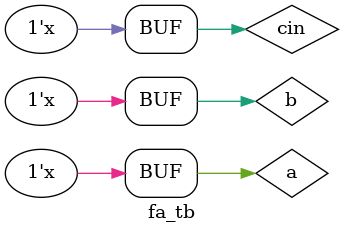
<source format=v>
module fulladder(a,b,cin,s,cout
    );
	 input a,b,cin;
	 output s,cout;
	 function sum;
	  input x,y,z;
      begin
	     sum=x^y^z;
	   end
	 endfunction
	 function carry;
	  input x,y,z;
      begin
	     carry=x&y|y&z|z&x;
	   end
	 endfunction
	 assign s=sum(a,b,cin);
	 assign cout=carry(a,b,cin);
endmodule


module fa_tb;

	// Inputs
	reg a;
	reg b;
	reg cin;

	// Outputs
	wire s;
	wire cout;

	// Instantiate the Design Under Test (DUT)
	fulladder dut (a,b,cin,s,cout
	);
	initial cin=1'b0;
	initial b=1'b0;
	initial a=1'b0;
	always #10 cin=cin+1'b1;
	always #20 b=b+1'b1;
	always #40 a=a+1'b1;

endmodule


</source>
